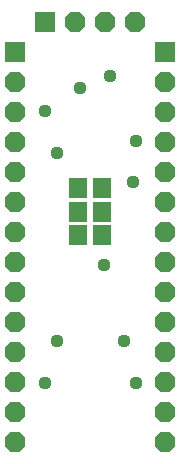
<source format=gbs>
G75*
%MOIN*%
%OFA0B0*%
%FSLAX25Y25*%
%IPPOS*%
%LPD*%
%AMOC8*
5,1,8,0,0,1.08239X$1,22.5*
%
%ADD10R,0.06312X0.06706*%
%ADD11R,0.05512X0.05906*%
%ADD12R,0.06737X0.06737*%
%ADD13OC8,0.06737*%
%ADD14C,0.04369*%
D10*
X0030035Y0077969D03*
X0030035Y0085843D03*
X0030035Y0093717D03*
X0038106Y0093717D03*
X0038106Y0085843D03*
X0038106Y0077969D03*
D11*
X0038106Y0077969D03*
X0038106Y0085843D03*
X0038106Y0093717D03*
X0030035Y0093717D03*
X0030035Y0085843D03*
X0030035Y0077969D03*
D12*
X0009071Y0139031D03*
X0019071Y0149031D03*
X0059071Y0139031D03*
D13*
X0009071Y0009031D03*
X0009071Y0019031D03*
X0009071Y0029031D03*
X0009071Y0039031D03*
X0009071Y0049031D03*
X0009071Y0059031D03*
X0009071Y0069031D03*
X0009071Y0079031D03*
X0009071Y0089031D03*
X0009071Y0099031D03*
X0009071Y0109031D03*
X0009071Y0119031D03*
X0009071Y0129031D03*
X0029071Y0149031D03*
X0039071Y0149031D03*
X0049071Y0149031D03*
X0059071Y0129031D03*
X0059071Y0119031D03*
X0059071Y0109031D03*
X0059071Y0099031D03*
X0059071Y0089031D03*
X0059071Y0079031D03*
X0059071Y0069031D03*
X0059071Y0059031D03*
X0059071Y0049031D03*
X0059071Y0039031D03*
X0059071Y0029031D03*
X0059071Y0019031D03*
X0059071Y0009031D03*
D14*
X0049228Y0028756D03*
X0045291Y0042535D03*
X0038598Y0068126D03*
X0048441Y0095685D03*
X0049228Y0109465D03*
X0040567Y0131118D03*
X0030724Y0127181D03*
X0022850Y0105528D03*
X0018913Y0119307D03*
X0022850Y0042535D03*
X0018913Y0028756D03*
M02*

</source>
